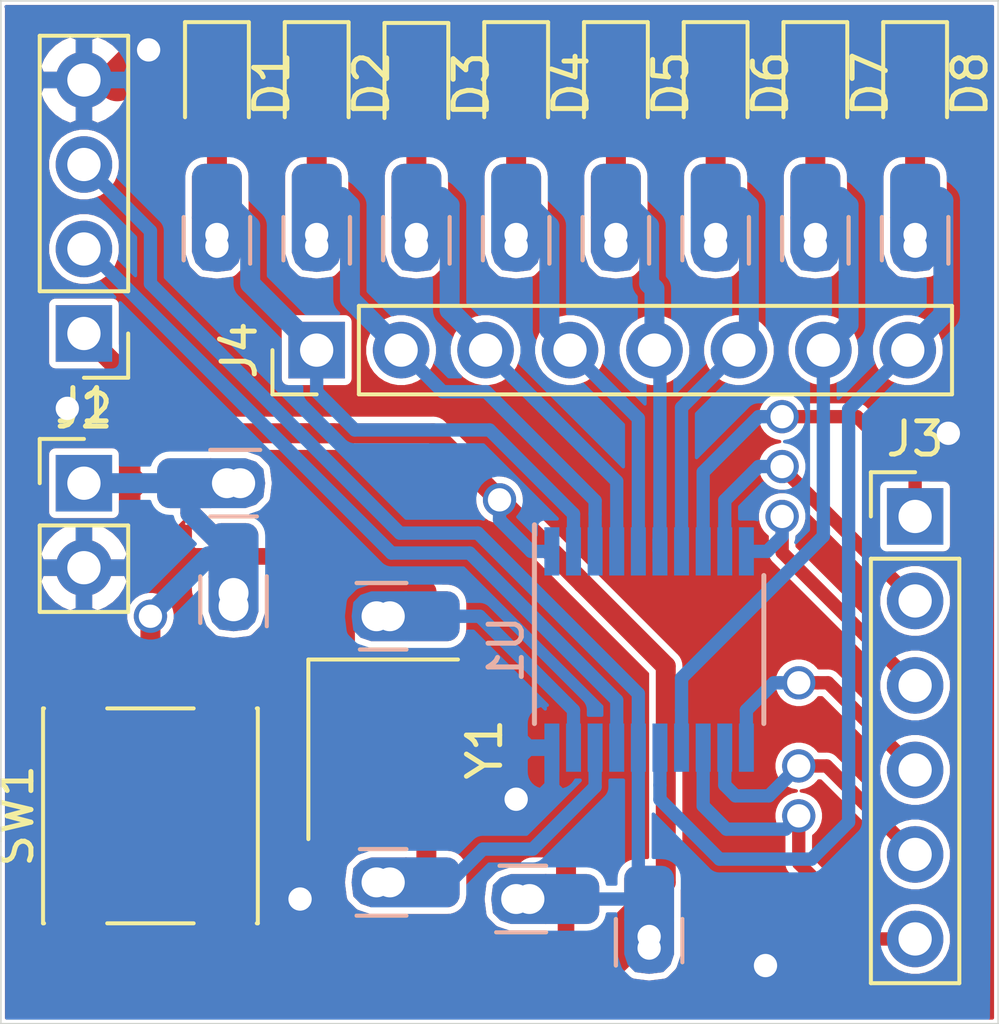
<source format=kicad_pcb>
(kicad_pcb (version 20171130) (host pcbnew "(5.1.5)-3")
  (layers (0 F.Cu signal hide) (31 B.Cu signal hide) (34 B.Paste user) (35 F.Paste user) (36 B.SilkS user) (37 F.SilkS user hide) (38 B.Mask user) (39 F.Mask user) (44 Edge.Cuts user))
  (net 0 "")
  (net 1 "Net-(C1-Pad2)")
  (net 2 "Net-(C1-Pad1)")
  (net 3 GND)
  (net 4 "Net-(C2-Pad1)")
  (net 5 RST)
  (net 6 "Net-(C5-Pad1)")
  (net 7 "Net-(C5-Pad2)")
  (net 8 "Net-(D1-Pad2)")
  (net 9 "Net-(D2-Pad2)")
  (net 10 "Net-(D3-Pad2)")
  (net 11 "Net-(D4-Pad2)")
  (net 12 "Net-(D5-Pad2)")
  (net 13 "Net-(D6-Pad2)")
  (net 14 "Net-(D7-Pad2)")
  (net 15 "Net-(D8-Pad2)")
  (net 16 VCC)
  (net 17 TST)
  (net 18 P2.0)
  (net 19 P2.1)
  (net 20 P2.2)
  (net 21 P2.3)
  (net 22 P2.4)
  (net 23 P2.5)
  (net 24 P1.0)
  (net 25 P1.1)
  (net 26 P1.2)
  (net 27 P1.3)
  (net 28 P1.4)
  (net 29 P1.5)
  (net 30 P1.6)
  (net 31 P1.7)
  (module thSMD:thsmd_03_s (layer F.Cu) (at 101 97.8 270)
    (fp_text reference R1 hide)
    (fp_text value 47k hide)
    (fp_line (start -0.7 1) (end 0.7 1) (layer B.SilkS) (width 0.12))
    (fp_line (start -0.7 -1) (end 0.6 -1) (layer B.SilkS) (width 0.12))
    (fp_line (start -0.7 1) (end 0.7 1) (layer F.SilkS) (width 0.12))
    (fp_line (start -0.7 -1) (end 0.6 -1) (layer F.SilkS) (width 0.12))
    (fp_poly (pts (xy 0.65 -0.6) (xy 0.85 -0.4) (xy 0.9 0) (xy 0.85 0.4) (xy 0.65 0.6) (xy 0.35 0.7) (xy -0.7 0.7) (xy -0.7 -0.7) (xy 0.35 -0.7)) (layer B.Cu) (width 0.1))
    (fp_poly (pts (xy 0.65 -0.6) (xy 0.85 -0.4) (xy 0.9 0) (xy 0.85 0.4) (xy 0.65 0.6) (xy 0.35 0.7) (xy -0.7 0.7) (xy -0.7 -0.7) (xy 0.35 -0.7)) (layer F.Cu) (width 0.1))
    (pad "" np_thru_hole circle (at 0.175 0 270) (size 0.7 0.7) (drill 0.7) (layers *.Cu))
    (pad 2 smd roundrect (at -1.3 0 270) (size 2 1.5) (layers B.Cu B.Mask) (net 5 RST))
    (pad 1 smd roundrect (at -1.3 0 270) (size 2 1.5) (layers F.Cu F.Mask) (net 16 VCC))
    (pad "" np_thru_hole circle (at -0.175 0 270) (size 0.7 0.7) (drill 0.7) (layers *.Cu))
  )
  (module thSMD:thsmd_03_s (layer B.Cu) (at 88 76.7 270)
    (fp_text reference R2 hide)
    (fp_text value 220 hide)
    (fp_line (start -0.7 -1) (end 0.7 -1) (layer F.SilkS) (width 0.12))
    (fp_line (start -0.7 1) (end 0.6 1) (layer F.SilkS) (width 0.12))
    (fp_line (start -0.7 -1) (end 0.7 -1) (layer B.SilkS) (width 0.12))
    (fp_line (start -0.7 1) (end 0.6 1) (layer B.SilkS) (width 0.12))
    (fp_poly (pts (xy 0.65 0.6) (xy 0.85 0.4) (xy 0.9 0) (xy 0.85 -0.4) (xy 0.65 -0.6) (xy 0.35 -0.7) (xy -0.7 -0.7) (xy -0.7 0.7) (xy 0.35 0.7)) (layer F.Cu) (width 0.1))
    (fp_poly (pts (xy 0.65 0.6) (xy 0.85 0.4) (xy 0.9 0) (xy 0.85 -0.4) (xy 0.65 -0.6) (xy 0.35 -0.7) (xy -0.7 -0.7) (xy -0.7 0.7) (xy 0.35 0.7)) (layer B.Cu) (width 0.1))
    (pad "" np_thru_hole circle (at 0.175 0 270) (size 0.7 0.7) (drill 0.7) (layers *.Cu))
    (pad 2 smd roundrect (at -1.3 0 270) (size 2 1.5) (layers F.Cu F.Mask) (net 8 "Net-(D1-Pad2)"))
    (pad 1 smd roundrect (at -1.3 0 270) (size 2 1.5) (layers B.Cu B.Mask) (net 24 P1.0))
    (pad "" np_thru_hole circle (at -0.175 0 270) (size 0.7 0.7) (drill 0.7) (layers *.Cu))
  )
  (module thSMD:thsmd_03_s (layer B.Cu) (at 91 76.7 270)
    (fp_text reference R3 hide)
    (fp_text value 220 hide)
    (fp_line (start -0.7 -1) (end 0.7 -1) (layer F.SilkS) (width 0.12))
    (fp_line (start -0.7 1) (end 0.6 1) (layer F.SilkS) (width 0.12))
    (fp_line (start -0.7 -1) (end 0.7 -1) (layer B.SilkS) (width 0.12))
    (fp_line (start -0.7 1) (end 0.6 1) (layer B.SilkS) (width 0.12))
    (fp_poly (pts (xy 0.65 0.6) (xy 0.85 0.4) (xy 0.9 0) (xy 0.85 -0.4) (xy 0.65 -0.6) (xy 0.35 -0.7) (xy -0.7 -0.7) (xy -0.7 0.7) (xy 0.35 0.7)) (layer F.Cu) (width 0.1))
    (fp_poly (pts (xy 0.65 0.6) (xy 0.85 0.4) (xy 0.9 0) (xy 0.85 -0.4) (xy 0.65 -0.6) (xy 0.35 -0.7) (xy -0.7 -0.7) (xy -0.7 0.7) (xy 0.35 0.7)) (layer B.Cu) (width 0.1))
    (pad "" np_thru_hole circle (at 0.175 0 270) (size 0.7 0.7) (drill 0.7) (layers *.Cu))
    (pad 2 smd roundrect (at -1.3 0 270) (size 2 1.5) (layers F.Cu F.Mask) (net 9 "Net-(D2-Pad2)"))
    (pad 1 smd roundrect (at -1.3 0 270) (size 2 1.5) (layers B.Cu B.Mask) (net 25 P1.1))
    (pad "" np_thru_hole circle (at -0.175 0 270) (size 0.7 0.7) (drill 0.7) (layers *.Cu))
  )
  (module thSMD:thsmd_03_s (layer B.Cu) (at 94 76.7 270)
    (fp_text reference R4 hide)
    (fp_text value 220 hide)
    (fp_line (start -0.7 -1) (end 0.7 -1) (layer F.SilkS) (width 0.12))
    (fp_line (start -0.7 1) (end 0.6 1) (layer F.SilkS) (width 0.12))
    (fp_line (start -0.7 -1) (end 0.7 -1) (layer B.SilkS) (width 0.12))
    (fp_line (start -0.7 1) (end 0.6 1) (layer B.SilkS) (width 0.12))
    (fp_poly (pts (xy 0.65 0.6) (xy 0.85 0.4) (xy 0.9 0) (xy 0.85 -0.4) (xy 0.65 -0.6) (xy 0.35 -0.7) (xy -0.7 -0.7) (xy -0.7 0.7) (xy 0.35 0.7)) (layer F.Cu) (width 0.1))
    (fp_poly (pts (xy 0.65 0.6) (xy 0.85 0.4) (xy 0.9 0) (xy 0.85 -0.4) (xy 0.65 -0.6) (xy 0.35 -0.7) (xy -0.7 -0.7) (xy -0.7 0.7) (xy 0.35 0.7)) (layer B.Cu) (width 0.1))
    (pad "" np_thru_hole circle (at 0.175 0 270) (size 0.7 0.7) (drill 0.7) (layers *.Cu))
    (pad 2 smd roundrect (at -1.3 0 270) (size 2 1.5) (layers F.Cu F.Mask) (net 10 "Net-(D3-Pad2)"))
    (pad 1 smd roundrect (at -1.3 0 270) (size 2 1.5) (layers B.Cu B.Mask) (net 26 P1.2))
    (pad "" np_thru_hole circle (at -0.175 0 270) (size 0.7 0.7) (drill 0.7) (layers *.Cu))
  )
  (module thSMD:thsmd_03_s (layer B.Cu) (at 97 76.7 270)
    (fp_text reference R5 hide)
    (fp_text value 220 hide)
    (fp_line (start -0.7 -1) (end 0.7 -1) (layer F.SilkS) (width 0.12))
    (fp_line (start -0.7 1) (end 0.6 1) (layer F.SilkS) (width 0.12))
    (fp_line (start -0.7 -1) (end 0.7 -1) (layer B.SilkS) (width 0.12))
    (fp_line (start -0.7 1) (end 0.6 1) (layer B.SilkS) (width 0.12))
    (fp_poly (pts (xy 0.65 0.6) (xy 0.85 0.4) (xy 0.9 0) (xy 0.85 -0.4) (xy 0.65 -0.6) (xy 0.35 -0.7) (xy -0.7 -0.7) (xy -0.7 0.7) (xy 0.35 0.7)) (layer F.Cu) (width 0.1))
    (fp_poly (pts (xy 0.65 0.6) (xy 0.85 0.4) (xy 0.9 0) (xy 0.85 -0.4) (xy 0.65 -0.6) (xy 0.35 -0.7) (xy -0.7 -0.7) (xy -0.7 0.7) (xy 0.35 0.7)) (layer B.Cu) (width 0.1))
    (pad "" np_thru_hole circle (at 0.175 0 270) (size 0.7 0.7) (drill 0.7) (layers *.Cu))
    (pad 2 smd roundrect (at -1.3 0 270) (size 2 1.5) (layers F.Cu F.Mask) (net 11 "Net-(D4-Pad2)"))
    (pad 1 smd roundrect (at -1.3 0 270) (size 2 1.5) (layers B.Cu B.Mask) (net 27 P1.3))
    (pad "" np_thru_hole circle (at -0.175 0 270) (size 0.7 0.7) (drill 0.7) (layers *.Cu))
  )
  (module thSMD:thsmd_03_s (layer B.Cu) (at 100 76.7 270)
    (fp_text reference R6 hide)
    (fp_text value 220 hide)
    (fp_line (start -0.7 -1) (end 0.7 -1) (layer F.SilkS) (width 0.12))
    (fp_line (start -0.7 1) (end 0.6 1) (layer F.SilkS) (width 0.12))
    (fp_line (start -0.7 -1) (end 0.7 -1) (layer B.SilkS) (width 0.12))
    (fp_line (start -0.7 1) (end 0.6 1) (layer B.SilkS) (width 0.12))
    (fp_poly (pts (xy 0.65 0.6) (xy 0.85 0.4) (xy 0.9 0) (xy 0.85 -0.4) (xy 0.65 -0.6) (xy 0.35 -0.7) (xy -0.7 -0.7) (xy -0.7 0.7) (xy 0.35 0.7)) (layer F.Cu) (width 0.1))
    (fp_poly (pts (xy 0.65 0.6) (xy 0.85 0.4) (xy 0.9 0) (xy 0.85 -0.4) (xy 0.65 -0.6) (xy 0.35 -0.7) (xy -0.7 -0.7) (xy -0.7 0.7) (xy 0.35 0.7)) (layer B.Cu) (width 0.1))
    (pad "" np_thru_hole circle (at 0.175 0 270) (size 0.7 0.7) (drill 0.7) (layers *.Cu))
    (pad 2 smd roundrect (at -1.3 0 270) (size 2 1.5) (layers F.Cu F.Mask) (net 12 "Net-(D5-Pad2)"))
    (pad 1 smd roundrect (at -1.3 0 270) (size 2 1.5) (layers B.Cu B.Mask) (net 28 P1.4))
    (pad "" np_thru_hole circle (at -0.175 0 270) (size 0.7 0.7) (drill 0.7) (layers *.Cu))
  )
  (module thSMD:thsmd_03_s (layer B.Cu) (at 103 76.7 270)
    (fp_text reference R7 hide)
    (fp_text value 220 hide)
    (fp_line (start -0.7 -1) (end 0.7 -1) (layer F.SilkS) (width 0.12))
    (fp_line (start -0.7 1) (end 0.6 1) (layer F.SilkS) (width 0.12))
    (fp_line (start -0.7 -1) (end 0.7 -1) (layer B.SilkS) (width 0.12))
    (fp_line (start -0.7 1) (end 0.6 1) (layer B.SilkS) (width 0.12))
    (fp_poly (pts (xy 0.65 0.6) (xy 0.85 0.4) (xy 0.9 0) (xy 0.85 -0.4) (xy 0.65 -0.6) (xy 0.35 -0.7) (xy -0.7 -0.7) (xy -0.7 0.7) (xy 0.35 0.7)) (layer F.Cu) (width 0.1))
    (fp_poly (pts (xy 0.65 0.6) (xy 0.85 0.4) (xy 0.9 0) (xy 0.85 -0.4) (xy 0.65 -0.6) (xy 0.35 -0.7) (xy -0.7 -0.7) (xy -0.7 0.7) (xy 0.35 0.7)) (layer B.Cu) (width 0.1))
    (pad "" np_thru_hole circle (at 0.175 0 270) (size 0.7 0.7) (drill 0.7) (layers *.Cu))
    (pad 2 smd roundrect (at -1.3 0 270) (size 2 1.5) (layers F.Cu F.Mask) (net 13 "Net-(D6-Pad2)"))
    (pad 1 smd roundrect (at -1.3 0 270) (size 2 1.5) (layers B.Cu B.Mask) (net 29 P1.5))
    (pad "" np_thru_hole circle (at -0.175 0 270) (size 0.7 0.7) (drill 0.7) (layers *.Cu))
  )
  (module thSMD:thsmd_03_s (layer B.Cu) (at 106 76.7 270)
    (fp_text reference R8 hide)
    (fp_text value 220 hide)
    (fp_line (start -0.7 -1) (end 0.7 -1) (layer F.SilkS) (width 0.12))
    (fp_line (start -0.7 1) (end 0.6 1) (layer F.SilkS) (width 0.12))
    (fp_line (start -0.7 -1) (end 0.7 -1) (layer B.SilkS) (width 0.12))
    (fp_line (start -0.7 1) (end 0.6 1) (layer B.SilkS) (width 0.12))
    (fp_poly (pts (xy 0.65 0.6) (xy 0.85 0.4) (xy 0.9 0) (xy 0.85 -0.4) (xy 0.65 -0.6) (xy 0.35 -0.7) (xy -0.7 -0.7) (xy -0.7 0.7) (xy 0.35 0.7)) (layer F.Cu) (width 0.1))
    (fp_poly (pts (xy 0.65 0.6) (xy 0.85 0.4) (xy 0.9 0) (xy 0.85 -0.4) (xy 0.65 -0.6) (xy 0.35 -0.7) (xy -0.7 -0.7) (xy -0.7 0.7) (xy 0.35 0.7)) (layer B.Cu) (width 0.1))
    (pad "" np_thru_hole circle (at 0.175 0 270) (size 0.7 0.7) (drill 0.7) (layers *.Cu))
    (pad 2 smd roundrect (at -1.3 0 270) (size 2 1.5) (layers F.Cu F.Mask) (net 14 "Net-(D7-Pad2)"))
    (pad 1 smd roundrect (at -1.3 0 270) (size 2 1.5) (layers B.Cu B.Mask) (net 30 P1.6))
    (pad "" np_thru_hole circle (at -0.175 0 270) (size 0.7 0.7) (drill 0.7) (layers *.Cu))
  )
  (module thSMD:thsmd_03_s (layer B.Cu) (at 109 76.7 270)
    (fp_text reference R9 hide)
    (fp_text value 220 hide)
    (fp_line (start -0.7 -1) (end 0.7 -1) (layer F.SilkS) (width 0.12))
    (fp_line (start -0.7 1) (end 0.6 1) (layer F.SilkS) (width 0.12))
    (fp_line (start -0.7 -1) (end 0.7 -1) (layer B.SilkS) (width 0.12))
    (fp_line (start -0.7 1) (end 0.6 1) (layer B.SilkS) (width 0.12))
    (fp_poly (pts (xy 0.65 0.6) (xy 0.85 0.4) (xy 0.9 0) (xy 0.85 -0.4) (xy 0.65 -0.6) (xy 0.35 -0.7) (xy -0.7 -0.7) (xy -0.7 0.7) (xy 0.35 0.7)) (layer F.Cu) (width 0.1))
    (fp_poly (pts (xy 0.65 0.6) (xy 0.85 0.4) (xy 0.9 0) (xy 0.85 -0.4) (xy 0.65 -0.6) (xy 0.35 -0.7) (xy -0.7 -0.7) (xy -0.7 0.7) (xy 0.35 0.7)) (layer B.Cu) (width 0.1))
    (pad "" np_thru_hole circle (at 0.175 0 270) (size 0.7 0.7) (drill 0.7) (layers *.Cu))
    (pad 2 smd roundrect (at -1.3 0 270) (size 2 1.5) (layers F.Cu F.Mask) (net 15 "Net-(D8-Pad2)"))
    (pad 1 smd roundrect (at -1.3 0 270) (size 2 1.5) (layers B.Cu B.Mask) (net 31 P1.7))
    (pad "" np_thru_hole circle (at -0.175 0 270) (size 0.7 0.7) (drill 0.7) (layers *.Cu))
  )
  (module thSMD:thsmd_03_l (layer F.Cu) (at 93 88 180)
    (fp_text reference C1 hide)
    (fp_text value 14pf hide)
    (fp_line (start -0.7 1) (end 0.8 1) (layer F.SilkS) (width 0.12))
    (fp_line (start -0.7 -1) (end 0.7 -1) (layer F.SilkS) (width 0.12))
    (fp_line (start -0.7 1) (end 0.8 1) (layer B.SilkS) (width 0.12))
    (fp_line (start 0.7 -1) (end -0.7 -1) (layer B.SilkS) (width 0.12))
    (fp_poly (pts (xy 0.65 -0.6) (xy 0.85 -0.4) (xy 0.9 0) (xy 0.85 0.4) (xy 0.65 0.6) (xy 0.35 0.7) (xy -0.7 0.7) (xy -0.7 -0.7) (xy 0.35 -0.7)) (layer B.Cu) (width 0.1))
    (fp_poly (pts (xy 0.65 -0.6) (xy 0.85 -0.4) (xy 0.9 0) (xy 0.85 0.4) (xy 0.65 0.6) (xy 0.35 0.7) (xy -0.7 0.7) (xy -0.7 -0.7) (xy 0.35 -0.7)) (layer F.Cu) (width 0.1))
    (pad "" np_thru_hole circle (at 0.2 0 180) (size 0.9 0.9) (drill 0.9) (layers *.Cu))
    (pad 2 smd roundrect (at -1.3 0 180) (size 2 1.5) (layers B.Cu B.Mask) (net 1 "Net-(C1-Pad2)"))
    (pad 1 smd roundrect (at -1.3 0 180) (size 2 1.5) (layers F.Cu F.Mask) (net 2 "Net-(C1-Pad1)"))
    (pad "" np_thru_hole circle (at -0.2 0 180) (size 0.9 0.9) (drill 0.9) (layers *.Cu))
  )
  (module thSMD:thsmd_03_l (layer B.Cu) (at 88.5 87.5 270)
    (fp_text reference C2 hide)
    (fp_text value 10uf hide)
    (fp_line (start -0.7 -1) (end 0.8 -1) (layer B.SilkS) (width 0.12))
    (fp_line (start -0.7 1) (end 0.7 1) (layer B.SilkS) (width 0.12))
    (fp_line (start -0.7 -1) (end 0.8 -1) (layer F.SilkS) (width 0.12))
    (fp_line (start 0.7 1) (end -0.7 1) (layer F.SilkS) (width 0.12))
    (fp_poly (pts (xy 0.65 0.6) (xy 0.85 0.4) (xy 0.9 0) (xy 0.85 -0.4) (xy 0.65 -0.6) (xy 0.35 -0.7) (xy -0.7 -0.7) (xy -0.7 0.7) (xy 0.35 0.7)) (layer F.Cu) (width 0.1))
    (fp_poly (pts (xy 0.65 0.6) (xy 0.85 0.4) (xy 0.9 0) (xy 0.85 -0.4) (xy 0.65 -0.6) (xy 0.35 -0.7) (xy -0.7 -0.7) (xy -0.7 0.7) (xy 0.35 0.7)) (layer B.Cu) (width 0.1))
    (pad "" np_thru_hole circle (at 0.2 0 270) (size 0.9 0.9) (drill 0.9) (layers *.Cu))
    (pad 2 smd roundrect (at -1.3 0 270) (size 2 1.5) (layers F.Cu F.Mask) (net 3 GND))
    (pad 1 smd roundrect (at -1.3 0 270) (size 2 1.5) (layers B.Cu B.Mask) (net 4 "Net-(C2-Pad1)"))
    (pad "" np_thru_hole circle (at -0.2 0 270) (size 0.9 0.9) (drill 0.9) (layers *.Cu))
  )
  (module thSMD:thsmd_03_l (layer B.Cu) (at 88.5 84)
    (fp_text reference C3 hide)
    (fp_text value 100nf hide)
    (fp_line (start -0.7 -1) (end 0.8 -1) (layer B.SilkS) (width 0.12))
    (fp_line (start -0.7 1) (end 0.7 1) (layer B.SilkS) (width 0.12))
    (fp_line (start -0.7 -1) (end 0.8 -1) (layer F.SilkS) (width 0.12))
    (fp_line (start 0.7 1) (end -0.7 1) (layer F.SilkS) (width 0.12))
    (fp_poly (pts (xy 0.65 0.6) (xy 0.85 0.4) (xy 0.9 0) (xy 0.85 -0.4) (xy 0.65 -0.6) (xy 0.35 -0.7) (xy -0.7 -0.7) (xy -0.7 0.7) (xy 0.35 0.7)) (layer F.Cu) (width 0.1))
    (fp_poly (pts (xy 0.65 0.6) (xy 0.85 0.4) (xy 0.9 0) (xy 0.85 -0.4) (xy 0.65 -0.6) (xy 0.35 -0.7) (xy -0.7 -0.7) (xy -0.7 0.7) (xy 0.35 0.7)) (layer B.Cu) (width 0.1))
    (pad "" np_thru_hole circle (at 0.2 0) (size 0.9 0.9) (drill 0.9) (layers *.Cu))
    (pad 2 smd roundrect (at -1.3 0) (size 2 1.5) (layers F.Cu F.Mask) (net 3 GND))
    (pad 1 smd roundrect (at -1.3 0) (size 2 1.5) (layers B.Cu B.Mask) (net 4 "Net-(C2-Pad1)"))
    (pad "" np_thru_hole circle (at -0.2 0) (size 0.9 0.9) (drill 0.9) (layers *.Cu))
  )
  (module thSMD:thsmd_03_l (layer B.Cu) (at 97.2 96.5 180)
    (fp_text reference C4 hide)
    (fp_text value 2.2nf hide)
    (fp_line (start -0.7 -1) (end 0.8 -1) (layer B.SilkS) (width 0.12))
    (fp_line (start -0.7 1) (end 0.7 1) (layer B.SilkS) (width 0.12))
    (fp_line (start -0.7 -1) (end 0.8 -1) (layer F.SilkS) (width 0.12))
    (fp_line (start 0.7 1) (end -0.7 1) (layer F.SilkS) (width 0.12))
    (fp_poly (pts (xy 0.65 0.6) (xy 0.85 0.4) (xy 0.9 0) (xy 0.85 -0.4) (xy 0.65 -0.6) (xy 0.35 -0.7) (xy -0.7 -0.7) (xy -0.7 0.7) (xy 0.35 0.7)) (layer F.Cu) (width 0.1))
    (fp_poly (pts (xy 0.65 0.6) (xy 0.85 0.4) (xy 0.9 0) (xy 0.85 -0.4) (xy 0.65 -0.6) (xy 0.35 -0.7) (xy -0.7 -0.7) (xy -0.7 0.7) (xy 0.35 0.7)) (layer B.Cu) (width 0.1))
    (pad "" np_thru_hole circle (at 0.2 0 180) (size 0.9 0.9) (drill 0.9) (layers *.Cu))
    (pad 2 smd roundrect (at -1.3 0 180) (size 2 1.5) (layers F.Cu F.Mask) (net 3 GND))
    (pad 1 smd roundrect (at -1.3 0 180) (size 2 1.5) (layers B.Cu B.Mask) (net 5 RST))
    (pad "" np_thru_hole circle (at -0.2 0 180) (size 0.9 0.9) (drill 0.9) (layers *.Cu))
  )
  (module thSMD:thsmd_03_l (layer B.Cu) (at 93 96 180)
    (fp_text reference C5 hide)
    (fp_text value 14pf hide)
    (fp_line (start -0.7 -1) (end 0.8 -1) (layer B.SilkS) (width 0.12))
    (fp_line (start -0.7 1) (end 0.7 1) (layer B.SilkS) (width 0.12))
    (fp_line (start -0.7 -1) (end 0.8 -1) (layer F.SilkS) (width 0.12))
    (fp_line (start 0.7 1) (end -0.7 1) (layer F.SilkS) (width 0.12))
    (fp_poly (pts (xy 0.65 0.6) (xy 0.85 0.4) (xy 0.9 0) (xy 0.85 -0.4) (xy 0.65 -0.6) (xy 0.35 -0.7) (xy -0.7 -0.7) (xy -0.7 0.7) (xy 0.35 0.7)) (layer F.Cu) (width 0.1))
    (fp_poly (pts (xy 0.65 0.6) (xy 0.85 0.4) (xy 0.9 0) (xy 0.85 -0.4) (xy 0.65 -0.6) (xy 0.35 -0.7) (xy -0.7 -0.7) (xy -0.7 0.7) (xy 0.35 0.7)) (layer B.Cu) (width 0.1))
    (pad "" np_thru_hole circle (at 0.2 0 180) (size 0.9 0.9) (drill 0.9) (layers *.Cu))
    (pad 2 smd roundrect (at -1.3 0 180) (size 2 1.5) (layers F.Cu F.Mask) (net 7 "Net-(C5-Pad2)"))
    (pad 1 smd roundrect (at -1.3 0 180) (size 2 1.5) (layers B.Cu B.Mask) (net 6 "Net-(C5-Pad1)"))
    (pad "" np_thru_hole circle (at -0.2 0 180) (size 0.9 0.9) (drill 0.9) (layers *.Cu))
  )
  (module LED_SMD:LED_0805_2012Metric_Pad1.15x1.40mm_HandSolder (layer F.Cu) (at 88 72 270)
    (fp_text reference D1 (at 0 -1.65 90) (layer F.SilkS))
    (fp_text value LED)
    (fp_line (start -1.86 0.96) (end 1 0.96) (layer F.SilkS) (width 0.12))
    (fp_line (start -1.86 -0.96) (end -1.86 0.96) (layer F.SilkS) (width 0.12))
    (fp_line (start 1 -0.96) (end -1.86 -0.96) (layer F.SilkS) (width 0.12))
    (pad 2 smd roundrect (at 1.025 0 270) (size 1.15 1.4) (layers F.Cu F.Paste F.Mask) (roundrect_rratio 0.217391) (net 8 "Net-(D1-Pad2)"))
    (pad 1 smd roundrect (at -1.025 0 270) (size 1.15 1.4) (layers F.Cu F.Paste F.Mask) (roundrect_rratio 0.217391) (net 3 GND))
  )
  (module LED_SMD:LED_0805_2012Metric_Pad1.15x1.40mm_HandSolder (layer F.Cu) (at 91 72 270)
    (fp_text reference D2 (at 0 -1.65 90) (layer F.SilkS))
    (fp_text value LED)
    (fp_line (start 1 -0.96) (end -1.86 -0.96) (layer F.SilkS) (width 0.12))
    (fp_line (start -1.86 -0.96) (end -1.86 0.96) (layer F.SilkS) (width 0.12))
    (fp_line (start -1.86 0.96) (end 1 0.96) (layer F.SilkS) (width 0.12))
    (pad 1 smd roundrect (at -1.025 0 270) (size 1.15 1.4) (layers F.Cu F.Paste F.Mask) (roundrect_rratio 0.217391) (net 3 GND))
    (pad 2 smd roundrect (at 1.025 0 270) (size 1.15 1.4) (layers F.Cu F.Paste F.Mask) (roundrect_rratio 0.217391) (net 9 "Net-(D2-Pad2)"))
  )
  (module LED_SMD:LED_0805_2012Metric_Pad1.15x1.40mm_HandSolder (layer F.Cu) (at 94 72.025 270)
    (fp_text reference D3 (at 0 -1.65 90) (layer F.SilkS))
    (fp_text value LED)
    (fp_line (start -1.86 0.96) (end 1 0.96) (layer F.SilkS) (width 0.12))
    (fp_line (start -1.86 -0.96) (end -1.86 0.96) (layer F.SilkS) (width 0.12))
    (fp_line (start 1 -0.96) (end -1.86 -0.96) (layer F.SilkS) (width 0.12))
    (pad 2 smd roundrect (at 1.025 0 270) (size 1.15 1.4) (layers F.Cu F.Paste F.Mask) (roundrect_rratio 0.217391) (net 10 "Net-(D3-Pad2)"))
    (pad 1 smd roundrect (at -1.025 0 270) (size 1.15 1.4) (layers F.Cu F.Paste F.Mask) (roundrect_rratio 0.217391) (net 3 GND))
  )
  (module LED_SMD:LED_0805_2012Metric_Pad1.15x1.40mm_HandSolder (layer F.Cu) (at 97 72 270)
    (fp_text reference D4 (at 0 -1.65 90) (layer F.SilkS))
    (fp_text value LED)
    (fp_line (start 1 -0.96) (end -1.86 -0.96) (layer F.SilkS) (width 0.12))
    (fp_line (start -1.86 -0.96) (end -1.86 0.96) (layer F.SilkS) (width 0.12))
    (fp_line (start -1.86 0.96) (end 1 0.96) (layer F.SilkS) (width 0.12))
    (pad 1 smd roundrect (at -1.025 0 270) (size 1.15 1.4) (layers F.Cu F.Paste F.Mask) (roundrect_rratio 0.217391) (net 3 GND))
    (pad 2 smd roundrect (at 1.025 0 270) (size 1.15 1.4) (layers F.Cu F.Paste F.Mask) (roundrect_rratio 0.217391) (net 11 "Net-(D4-Pad2)"))
  )
  (module LED_SMD:LED_0805_2012Metric_Pad1.15x1.40mm_HandSolder (layer F.Cu) (at 100 72 270)
    (fp_text reference D5 (at 0 -1.65 90) (layer F.SilkS))
    (fp_text value LED)
    (fp_line (start 1 -0.96) (end -1.86 -0.96) (layer F.SilkS) (width 0.12))
    (fp_line (start -1.86 -0.96) (end -1.86 0.96) (layer F.SilkS) (width 0.12))
    (fp_line (start -1.86 0.96) (end 1 0.96) (layer F.SilkS) (width 0.12))
    (pad 1 smd roundrect (at -1.025 0 270) (size 1.15 1.4) (layers F.Cu F.Paste F.Mask) (roundrect_rratio 0.217391) (net 3 GND))
    (pad 2 smd roundrect (at 1.025 0 270) (size 1.15 1.4) (layers F.Cu F.Paste F.Mask) (roundrect_rratio 0.217391) (net 12 "Net-(D5-Pad2)"))
  )
  (module LED_SMD:LED_0805_2012Metric_Pad1.15x1.40mm_HandSolder (layer F.Cu) (at 103 72 270)
    (fp_text reference D6 (at 0 -1.65 90) (layer F.SilkS))
    (fp_text value LED)
    (fp_line (start -1.86 0.96) (end 1 0.96) (layer F.SilkS) (width 0.12))
    (fp_line (start -1.86 -0.96) (end -1.86 0.96) (layer F.SilkS) (width 0.12))
    (fp_line (start 1 -0.96) (end -1.86 -0.96) (layer F.SilkS) (width 0.12))
    (pad 2 smd roundrect (at 1.025 0 270) (size 1.15 1.4) (layers F.Cu F.Paste F.Mask) (roundrect_rratio 0.217391) (net 13 "Net-(D6-Pad2)"))
    (pad 1 smd roundrect (at -1.025 0 270) (size 1.15 1.4) (layers F.Cu F.Paste F.Mask) (roundrect_rratio 0.217391) (net 3 GND))
  )
  (module LED_SMD:LED_0805_2012Metric_Pad1.15x1.40mm_HandSolder (layer F.Cu) (at 106 72 270)
    (fp_text reference D7 (at 0 -1.65 90) (layer F.SilkS))
    (fp_text value LED)
    (fp_line (start 1 -0.96) (end -1.86 -0.96) (layer F.SilkS) (width 0.12))
    (fp_line (start -1.86 -0.96) (end -1.86 0.96) (layer F.SilkS) (width 0.12))
    (fp_line (start -1.86 0.96) (end 1 0.96) (layer F.SilkS) (width 0.12))
    (pad 1 smd roundrect (at -1.025 0 270) (size 1.15 1.4) (layers F.Cu F.Paste F.Mask) (roundrect_rratio 0.217391) (net 3 GND))
    (pad 2 smd roundrect (at 1.025 0 270) (size 1.15 1.4) (layers F.Cu F.Paste F.Mask) (roundrect_rratio 0.217391) (net 14 "Net-(D7-Pad2)"))
  )
  (module LED_SMD:LED_0805_2012Metric_Pad1.15x1.40mm_HandSolder (layer F.Cu) (at 109 72 270)
    (fp_text reference D8 (at 0 -1.65 90) (layer F.SilkS))
    (fp_text value LED)
    (fp_line (start -1.86 0.96) (end 1 0.96) (layer F.SilkS) (width 0.12))
    (fp_line (start -1.86 -0.96) (end -1.86 0.96) (layer F.SilkS) (width 0.12))
    (fp_line (start 1 -0.96) (end -1.86 -0.96) (layer F.SilkS) (width 0.12))
    (pad 2 smd roundrect (at 1.025 0 270) (size 1.15 1.4) (layers F.Cu F.Paste F.Mask) (roundrect_rratio 0.217391) (net 15 "Net-(D8-Pad2)"))
    (pad 1 smd roundrect (at -1.025 0 270) (size 1.15 1.4) (layers F.Cu F.Paste F.Mask) (roundrect_rratio 0.217391) (net 3 GND))
  )
  (module Connector_PinHeader_2.54mm:PinHeader_1x02_P2.54mm_Vertical (layer F.Cu) (at 84 84)
    (fp_text reference J1 (at 0 -2.33) (layer F.SilkS))
    (fp_text value Power)
    (fp_line (start -1.33 3.87) (end 1.33 3.87) (layer F.SilkS) (width 0.12))
    (fp_line (start -1.33 1.27) (end -1.33 3.87) (layer F.SilkS) (width 0.12))
    (fp_line (start 1.33 1.27) (end 1.33 3.87) (layer F.SilkS) (width 0.12))
    (fp_line (start -1.33 1.27) (end 1.33 1.27) (layer F.SilkS) (width 0.12))
    (fp_line (start -1.33 0) (end -1.33 -1.33) (layer F.SilkS) (width 0.12))
    (fp_line (start -1.33 -1.33) (end 0 -1.33) (layer F.SilkS) (width 0.12))
    (pad 1 thru_hole rect (at 0 0) (size 1.7 1.7) (drill 1) (layers *.Cu *.Mask) (net 4 "Net-(C2-Pad1)"))
    (pad 2 thru_hole oval (at 0 2.54) (size 1.7 1.7) (drill 1) (layers *.Cu *.Mask) (net 3 GND))
  )
  (module Connector_PinHeader_2.54mm:PinHeader_1x04_P2.54mm_Vertical (layer F.Cu) (at 84 79.5 180)
    (fp_text reference J2 (at 0 -2.33) (layer F.SilkS))
    (fp_text value Programmer)
    (fp_line (start -1.33 8.95) (end 1.33 8.95) (layer F.SilkS) (width 0.12))
    (fp_line (start -1.33 1.27) (end -1.33 8.95) (layer F.SilkS) (width 0.12))
    (fp_line (start 1.33 1.27) (end 1.33 8.95) (layer F.SilkS) (width 0.12))
    (fp_line (start -1.33 1.27) (end 1.33 1.27) (layer F.SilkS) (width 0.12))
    (fp_line (start -1.33 0) (end -1.33 -1.33) (layer F.SilkS) (width 0.12))
    (fp_line (start -1.33 -1.33) (end 0 -1.33) (layer F.SilkS) (width 0.12))
    (pad 1 thru_hole rect (at 0 0 180) (size 1.7 1.7) (drill 1) (layers *.Cu *.Mask) (net 16 VCC))
    (pad 2 thru_hole oval (at 0 2.54 180) (size 1.7 1.7) (drill 1) (layers *.Cu *.Mask) (net 17 TST))
    (pad 3 thru_hole oval (at 0 5.08 180) (size 1.7 1.7) (drill 1) (layers *.Cu *.Mask) (net 5 RST))
    (pad 4 thru_hole oval (at 0 7.62 180) (size 1.7 1.7) (drill 1) (layers *.Cu *.Mask) (net 3 GND))
  )
  (module Connector_PinHeader_2.54mm:PinHeader_1x06_P2.54mm_Vertical (layer F.Cu) (at 109 85)
    (fp_text reference J3 (at 0 -2.33) (layer F.SilkS))
    (fp_text value Conn_01x06_Female)
    (fp_line (start -1.33 14.03) (end 1.33 14.03) (layer F.SilkS) (width 0.12))
    (fp_line (start -1.33 1.27) (end -1.33 14.03) (layer F.SilkS) (width 0.12))
    (fp_line (start 1.33 1.27) (end 1.33 14.03) (layer F.SilkS) (width 0.12))
    (fp_line (start -1.33 1.27) (end 1.33 1.27) (layer F.SilkS) (width 0.12))
    (fp_line (start -1.33 0) (end -1.33 -1.33) (layer F.SilkS) (width 0.12))
    (fp_line (start -1.33 -1.33) (end 0 -1.33) (layer F.SilkS) (width 0.12))
    (pad 1 thru_hole rect (at 0 0) (size 1.7 1.7) (drill 1) (layers *.Cu *.Mask) (net 18 P2.0))
    (pad 2 thru_hole oval (at 0 2.54) (size 1.7 1.7) (drill 1) (layers *.Cu *.Mask) (net 19 P2.1))
    (pad 3 thru_hole oval (at 0 5.08) (size 1.7 1.7) (drill 1) (layers *.Cu *.Mask) (net 20 P2.2))
    (pad 4 thru_hole oval (at 0 7.62) (size 1.7 1.7) (drill 1) (layers *.Cu *.Mask) (net 21 P2.3))
    (pad 5 thru_hole oval (at 0 10.16) (size 1.7 1.7) (drill 1) (layers *.Cu *.Mask) (net 22 P2.4))
    (pad 6 thru_hole oval (at 0 12.7) (size 1.7 1.7) (drill 1) (layers *.Cu *.Mask) (net 23 P2.5))
  )
  (module Connector_PinHeader_2.54mm:PinHeader_1x08_P2.54mm_Vertical (layer F.Cu) (at 91 80 90)
    (fp_text reference J4 (at 0 -2.33 90) (layer F.SilkS))
    (fp_text value Conn_01x08_Female)
    (fp_line (start -1.33 19.11) (end 1.33 19.11) (layer F.SilkS) (width 0.12))
    (fp_line (start -1.33 1.27) (end -1.33 19.11) (layer F.SilkS) (width 0.12))
    (fp_line (start 1.33 1.27) (end 1.33 19.11) (layer F.SilkS) (width 0.12))
    (fp_line (start -1.33 1.27) (end 1.33 1.27) (layer F.SilkS) (width 0.12))
    (fp_line (start -1.33 0) (end -1.33 -1.33) (layer F.SilkS) (width 0.12))
    (fp_line (start -1.33 -1.33) (end 0 -1.33) (layer F.SilkS) (width 0.12))
    (pad 1 thru_hole rect (at 0 0 90) (size 1.7 1.7) (drill 1) (layers *.Cu *.Mask) (net 24 P1.0))
    (pad 2 thru_hole oval (at 0 2.54 90) (size 1.7 1.7) (drill 1) (layers *.Cu *.Mask) (net 25 P1.1))
    (pad 3 thru_hole oval (at 0 5.08 90) (size 1.7 1.7) (drill 1) (layers *.Cu *.Mask) (net 26 P1.2))
    (pad 4 thru_hole oval (at 0 7.62 90) (size 1.7 1.7) (drill 1) (layers *.Cu *.Mask) (net 27 P1.3))
    (pad 5 thru_hole oval (at 0 10.16 90) (size 1.7 1.7) (drill 1) (layers *.Cu *.Mask) (net 28 P1.4))
    (pad 6 thru_hole oval (at 0 12.7 90) (size 1.7 1.7) (drill 1) (layers *.Cu *.Mask) (net 29 P1.5))
    (pad 7 thru_hole oval (at 0 15.24 90) (size 1.7 1.7) (drill 1) (layers *.Cu *.Mask) (net 30 P1.6))
    (pad 8 thru_hole oval (at 0 17.78 90) (size 1.7 1.7) (drill 1) (layers *.Cu *.Mask) (net 31 P1.7))
  )
  (module Button_Switch_SMD:SW_Push_1P1T_NO_6x6mm_H9.5mm (layer F.Cu) (at 86 94 90)
    (fp_text reference SW1 (at 0 -4.05 90) (layer F.SilkS))
    (fp_text value SW_Push)
    (fp_line (start 3.23 -3.23) (end 3.23 -3.2) (layer F.SilkS) (width 0.12))
    (fp_line (start 3.23 3.23) (end 3.23 3.2) (layer F.SilkS) (width 0.12))
    (fp_line (start -3.23 3.23) (end -3.23 3.2) (layer F.SilkS) (width 0.12))
    (fp_line (start -3.23 -3.2) (end -3.23 -3.23) (layer F.SilkS) (width 0.12))
    (fp_line (start 3.23 -1.3) (end 3.23 1.3) (layer F.SilkS) (width 0.12))
    (fp_line (start -3.23 -3.23) (end 3.23 -3.23) (layer F.SilkS) (width 0.12))
    (fp_line (start -3.23 -1.3) (end -3.23 1.3) (layer F.SilkS) (width 0.12))
    (fp_line (start -3.23 3.23) (end 3.23 3.23) (layer F.SilkS) (width 0.12))
    (pad 2 smd rect (at -3.975 2.25 90) (size 1.55 1.3) (layers F.Cu F.Paste F.Mask) (net 16 VCC))
    (pad 1 smd rect (at -3.975 -2.25 90) (size 1.55 1.3) (layers F.Cu F.Paste F.Mask) (net 4 "Net-(C2-Pad1)"))
    (pad 1 smd rect (at 3.975 -2.25 90) (size 1.55 1.3) (layers F.Cu F.Paste F.Mask) (net 4 "Net-(C2-Pad1)"))
    (pad 2 smd rect (at 3.975 2.25 90) (size 1.55 1.3) (layers F.Cu F.Paste F.Mask) (net 16 VCC))
  )
  (module Package_SO:TSSOP-20_4.4x6.5mm_P0.65mm (layer B.Cu) (at 101 89 270)
    (fp_text reference U1 (at 0 4.3 270) (layer B.SilkS) (effects (justify mirror)))
    (fp_text value MSP430G2553IPW20)
    (fp_line (start -2.225 -3.45) (end 2.225 -3.45) (layer B.SilkS) (width 0.15))
    (fp_line (start -3.75 3.45) (end 2.225 3.45) (layer B.SilkS) (width 0.15))
    (pad 1 smd rect (at -2.95 2.925 270) (size 1.45 0.45) (layers B.Cu B.Paste B.Mask) (net 16 VCC))
    (pad 2 smd rect (at -2.95 2.275 270) (size 1.45 0.45) (layers B.Cu B.Paste B.Mask) (net 24 P1.0))
    (pad 3 smd rect (at -2.95 1.625 270) (size 1.45 0.45) (layers B.Cu B.Paste B.Mask) (net 25 P1.1))
    (pad 4 smd rect (at -2.95 0.975 270) (size 1.45 0.45) (layers B.Cu B.Paste B.Mask) (net 26 P1.2))
    (pad 5 smd rect (at -2.95 0.325 270) (size 1.45 0.45) (layers B.Cu B.Paste B.Mask) (net 27 P1.3))
    (pad 6 smd rect (at -2.95 -0.325 270) (size 1.45 0.45) (layers B.Cu B.Paste B.Mask) (net 28 P1.4))
    (pad 7 smd rect (at -2.95 -0.975 270) (size 1.45 0.45) (layers B.Cu B.Paste B.Mask) (net 29 P1.5))
    (pad 8 smd rect (at -2.95 -1.625 270) (size 1.45 0.45) (layers B.Cu B.Paste B.Mask) (net 18 P2.0))
    (pad 9 smd rect (at -2.95 -2.275 270) (size 1.45 0.45) (layers B.Cu B.Paste B.Mask) (net 19 P2.1))
    (pad 10 smd rect (at -2.95 -2.925 270) (size 1.45 0.45) (layers B.Cu B.Paste B.Mask) (net 20 P2.2))
    (pad 11 smd rect (at 2.95 -2.925 270) (size 1.45 0.45) (layers B.Cu B.Paste B.Mask) (net 21 P2.3))
    (pad 12 smd rect (at 2.95 -2.275 270) (size 1.45 0.45) (layers B.Cu B.Paste B.Mask) (net 22 P2.4))
    (pad 13 smd rect (at 2.95 -1.625 270) (size 1.45 0.45) (layers B.Cu B.Paste B.Mask) (net 23 P2.5))
    (pad 14 smd rect (at 2.95 -0.975 270) (size 1.45 0.45) (layers B.Cu B.Paste B.Mask) (net 30 P1.6))
    (pad 15 smd rect (at 2.95 -0.325 270) (size 1.45 0.45) (layers B.Cu B.Paste B.Mask) (net 31 P1.7))
    (pad 16 smd rect (at 2.95 0.325 270) (size 1.45 0.45) (layers B.Cu B.Paste B.Mask) (net 5 RST))
    (pad 17 smd rect (at 2.95 0.975 270) (size 1.45 0.45) (layers B.Cu B.Paste B.Mask) (net 17 TST))
    (pad 18 smd rect (at 2.95 1.625 270) (size 1.45 0.45) (layers B.Cu B.Paste B.Mask) (net 6 "Net-(C5-Pad1)"))
    (pad 19 smd rect (at 2.95 2.275 270) (size 1.45 0.45) (layers B.Cu B.Paste B.Mask) (net 1 "Net-(C1-Pad2)"))
    (pad 20 smd rect (at 2.95 2.925 270) (size 1.45 0.45) (layers B.Cu B.Paste B.Mask) (net 3 GND))
  )
  (module Crystal:Crystal_SMD_3225-4Pin_3.2x2.5mm_HandSoldering (layer F.Cu) (at 93 92 270)
    (fp_text reference Y1 (at 0 -3.05 90) (layer F.SilkS))
    (fp_text value Crystal_GND24)
    (fp_line (start -2.7 -2.25) (end -2.7 2.25) (layer F.SilkS) (width 0.12))
    (fp_line (start -2.7 2.25) (end 2.7 2.25) (layer F.SilkS) (width 0.12))
    (pad 1 smd rect (at -1.45 1.15 270) (size 2.1 1.8) (layers F.Cu F.Paste F.Mask) (net 2 "Net-(C1-Pad1)"))
    (pad 2 smd rect (at 1.45 1.15 270) (size 2.1 1.8) (layers F.Cu F.Paste F.Mask) (net 3 GND))
    (pad 3 smd rect (at 1.45 -1.15 270) (size 2.1 1.8) (layers F.Cu F.Paste F.Mask) (net 7 "Net-(C5-Pad2)"))
    (pad 4 smd rect (at -1.45 -1.15 270) (size 2.1 1.8) (layers F.Cu F.Paste F.Mask) (net 3 GND))
  )
  (gr_line (start 81.5 100.25) (end 81.5 69.5) (layer Edge.Cuts) (width 0.05))
  (gr_line (start 111.5 100.25) (end 81.5 100.25) (layer Edge.Cuts) (width 0.05))
  (gr_line (start 111.5 69.5) (end 111.5 100.25) (layer Edge.Cuts) (width 0.05))
  (gr_line (start 81.5 69.5) (end 111.5 69.5) (layer Edge.Cuts) (width 0.05))
  (segment (start 95.3 88) (end 94.3 88) (width 0.4) (layer B.Cu) (net 1))
  (segment (start 95.9 88) (end 95.3 88) (width 0.4) (layer B.Cu) (net 1))
  (segment (start 98.725 90.825) (end 95.9 88) (width 0.4) (layer B.Cu) (net 1))
  (segment (start 98.725 91.95) (end 98.725 90.825) (width 0.4) (layer B.Cu) (net 1))
  (segment (start 92.343999 87.049999) (end 91.85 87.543998) (width 0.6) (layer F.Cu) (net 2))
  (segment (start 91.85 87.543998) (end 91.85 88.9) (width 0.6) (layer F.Cu) (net 2))
  (segment (start 91.85 88.9) (end 91.85 90.55) (width 0.6) (layer F.Cu) (net 2))
  (segment (start 94.3 87.25) (end 94.099999 87.049999) (width 0.6) (layer F.Cu) (net 2))
  (segment (start 94.099999 87.049999) (end 92.343999 87.049999) (width 0.6) (layer F.Cu) (net 2))
  (segment (start 94.3 88) (end 94.3 87.25) (width 0.6) (layer F.Cu) (net 2))
  (segment (start 109 70.975) (end 106 70.975) (width 0.6) (layer F.Cu) (net 3))
  (segment (start 106 70.975) (end 103 70.975) (width 0.6) (layer F.Cu) (net 3))
  (segment (start 103 70.975) (end 100 70.975) (width 0.6) (layer F.Cu) (net 3))
  (segment (start 100 70.975) (end 97 70.975) (width 0.6) (layer F.Cu) (net 3))
  (segment (start 94.025 70.975) (end 94 71) (width 0.6) (layer F.Cu) (net 3))
  (segment (start 97 70.975) (end 94.025 70.975) (width 0.6) (layer F.Cu) (net 3))
  (segment (start 91.025 71) (end 91 70.975) (width 0.6) (layer F.Cu) (net 3))
  (segment (start 94 71) (end 91.025 71) (width 0.6) (layer F.Cu) (net 3))
  (segment (start 91 70.975) (end 88 70.975) (width 0.6) (layer F.Cu) (net 3))
  (segment (start 85.945 70.975) (end 85.945 70.975) (width 1.2) (layer F.Cu) (net 3))
  (segment (start 88 70.975) (end 85.945 70.975) (width 1.2) (layer F.Cu) (net 3))
  (segment (start 87.2 84.9) (end 88.5 86.2) (width 0.6) (layer F.Cu) (net 3))
  (segment (start 87.2 84) (end 87.2 84.9) (width 0.6) (layer F.Cu) (net 3))
  (segment (start 94.15 90.55) (end 95.55 90.55) (width 0.6) (layer F.Cu) (net 3))
  (segment (start 95.55 90.55) (end 97 92) (width 0.6) (layer F.Cu) (net 3))
  (segment (start 98.5 95) (end 97 93.5) (width 0.6) (layer F.Cu) (net 3))
  (segment (start 97.565685 93.5) (end 97 93.5) (width 0.4) (layer B.Cu) (net 3))
  (via (at 97 93.5) (size 1) (drill 0.7) (layers F.Cu B.Cu) (net 3))
  (segment (start 98.5 96.5) (end 98.5 95) (width 0.6) (layer F.Cu) (net 3))
  (segment (start 98.075 93.075) (end 97.65 93.5) (width 0.4) (layer B.Cu) (net 3))
  (segment (start 98.075 91.95) (end 98.075 93.075) (width 0.4) (layer B.Cu) (net 3))
  (segment (start 97.65 93.5) (end 97.565685 93.5) (width 0.4) (layer B.Cu) (net 3))
  (segment (start 97 92) (end 97 93.5) (width 0.6) (layer F.Cu) (net 3))
  (via (at 104.5 98.5) (size 1) (drill 0.7) (layers F.Cu B.Cu) (net 3))
  (via (at 90.5 96.5) (size 1) (drill 0.7) (layers F.Cu B.Cu) (net 3))
  (via (at 83.5 81.75) (size 1) (drill 0.7) (layers F.Cu B.Cu) (net 3))
  (segment (start 85.945 70.975) (end 85 71.92) (width 1.2) (layer F.Cu) (net 3))
  (via (at 85.945 70.975) (size 1) (drill 0.7) (layers F.Cu B.Cu) (net 3))
  (via (at 110 82.5) (size 1) (drill 0.7) (layers F.Cu B.Cu) (net 3))
  (segment (start 84 84) (end 87.2 84) (width 0.6) (layer B.Cu) (net 4))
  (segment (start 87.2 84.9) (end 88.5 86.2) (width 0.6) (layer B.Cu) (net 4))
  (segment (start 87.2 84) (end 87.2 84.9) (width 0.6) (layer B.Cu) (net 4))
  (segment (start 83.75 90.025) (end 83.75 97.975) (width 0.6) (layer F.Cu) (net 4))
  (via (at 86 88) (size 1) (drill 0.7) (layers F.Cu B.Cu) (net 4))
  (segment (start 87.75 86.2) (end 86 87.95) (width 0.6) (layer B.Cu) (net 4))
  (segment (start 88.5 86.2) (end 87.75 86.2) (width 0.6) (layer B.Cu) (net 4))
  (segment (start 86 87.95) (end 86 88) (width 0.6) (layer B.Cu) (net 4))
  (segment (start 85 90.025) (end 86 89.025) (width 0.6) (layer F.Cu) (net 4))
  (segment (start 83.75 90.025) (end 85 90.025) (width 0.6) (layer F.Cu) (net 4))
  (segment (start 86 89.025) (end 86 88) (width 0.6) (layer F.Cu) (net 4))
  (segment (start 86 76.42) (end 84 74.42) (width 0.4) (layer B.Cu) (net 5))
  (segment (start 100.675 90.326458) (end 95.848543 85.5) (width 0.4) (layer B.Cu) (net 5))
  (segment (start 100.675 91.95) (end 100.675 90.326458) (width 0.4) (layer B.Cu) (net 5))
  (segment (start 95.848543 85.5) (end 93.5 85.5) (width 0.4) (layer B.Cu) (net 5))
  (segment (start 93.5 85.5) (end 86 78) (width 0.4) (layer B.Cu) (net 5))
  (segment (start 86 78) (end 86 76.42) (width 0.4) (layer B.Cu) (net 5))
  (segment (start 98.5 96.5) (end 101 96.5) (width 0.4) (layer B.Cu) (net 5))
  (segment (start 100.675 96.175) (end 101 96.5) (width 0.4) (layer B.Cu) (net 5))
  (segment (start 100.675 91.95) (end 100.675 96.175) (width 0.4) (layer B.Cu) (net 5))
  (segment (start 95 96) (end 94.3 96) (width 0.4) (layer B.Cu) (net 6))
  (segment (start 96 95) (end 95 96) (width 0.4) (layer B.Cu) (net 6))
  (segment (start 99.375 91.95) (end 99.375 93.125) (width 0.4) (layer B.Cu) (net 6))
  (segment (start 97.5 95) (end 96 95) (width 0.4) (layer B.Cu) (net 6))
  (segment (start 99.375 93.125) (end 97.5 95) (width 0.4) (layer B.Cu) (net 6))
  (segment (start 94.3 93.6) (end 94.15 93.45) (width 0.6) (layer F.Cu) (net 7))
  (segment (start 94.3 96) (end 94.3 93.6) (width 0.6) (layer F.Cu) (net 7))
  (segment (start 88 73.025) (end 88 75.4) (width 0.6) (layer F.Cu) (net 8))
  (segment (start 91 73.025) (end 91 75.4) (width 0.6) (layer F.Cu) (net 9))
  (segment (start 94 73.05) (end 94 75.4) (width 0.6) (layer F.Cu) (net 10))
  (segment (start 97 73.025) (end 97 75.4) (width 0.6) (layer F.Cu) (net 11))
  (segment (start 100 73.025) (end 100 75.4) (width 0.6) (layer F.Cu) (net 12))
  (segment (start 103 73.025) (end 103 75.4) (width 0.6) (layer F.Cu) (net 13))
  (segment (start 106 73.025) (end 106 75.4) (width 0.6) (layer F.Cu) (net 14))
  (segment (start 109 73.025) (end 109 75.4) (width 0.6) (layer F.Cu) (net 15))
  (via (at 96.5 84.500004) (size 1) (drill 0.7) (layers F.Cu B.Cu) (net 16))
  (segment (start 97.45 86.05) (end 96.5 85.1) (width 0.4) (layer B.Cu) (net 16))
  (segment (start 96.5 85.1) (end 96.5 84.500004) (width 0.4) (layer B.Cu) (net 16))
  (segment (start 98.075 86.05) (end 97.45 86.05) (width 0.4) (layer B.Cu) (net 16))
  (segment (start 96.100001 84.100005) (end 96.5 84.500004) (width 0.6) (layer F.Cu) (net 16))
  (segment (start 94.499996 82.5) (end 96.100001 84.100005) (width 0.6) (layer F.Cu) (net 16))
  (segment (start 91.5 82.5) (end 94.499996 82.5) (width 0.6) (layer F.Cu) (net 16))
  (segment (start 88.725 90.025) (end 88.25 90.025) (width 0.6) (layer F.Cu) (net 16))
  (segment (start 91.5 82.5) (end 90.5 82.5) (width 0.6) (layer F.Cu) (net 16))
  (segment (start 88.25 91.4) (end 88.25 97.975) (width 0.6) (layer F.Cu) (net 16))
  (segment (start 88.25 90.025) (end 88.25 91.4) (width 0.6) (layer F.Cu) (net 16))
  (segment (start 100.725001 96.774999) (end 101.5 96) (width 0.6) (layer F.Cu) (net 16))
  (segment (start 99 87.000004) (end 96.5 84.500004) (width 0.6) (layer F.Cu) (net 16))
  (segment (start 100.591999 96.774999) (end 100.725001 96.774999) (width 0.6) (layer F.Cu) (net 16))
  (segment (start 101.5 89.5) (end 99.000004 87.000004) (width 0.6) (layer F.Cu) (net 16))
  (segment (start 88.775 98.5) (end 100 98.5) (width 0.6) (layer F.Cu) (net 16))
  (segment (start 99.000004 87.000004) (end 99 87.000004) (width 0.6) (layer F.Cu) (net 16))
  (segment (start 100.149999 98.350001) (end 100.149999 97.216999) (width 0.6) (layer F.Cu) (net 16))
  (segment (start 101.5 96) (end 101.5 89.5) (width 0.6) (layer F.Cu) (net 16))
  (segment (start 100 98.5) (end 100.149999 98.350001) (width 0.6) (layer F.Cu) (net 16))
  (segment (start 88.25 97.975) (end 88.775 98.5) (width 0.6) (layer F.Cu) (net 16))
  (segment (start 100.149999 97.216999) (end 100.591999 96.774999) (width 0.6) (layer F.Cu) (net 16))
  (segment (start 87 82.5) (end 84 79.5) (width 0.6) (layer F.Cu) (net 16))
  (segment (start 91.5 82.5) (end 87 82.5) (width 0.6) (layer F.Cu) (net 16))
  (segment (start 84.111457 76.96) (end 84 76.96) (width 0.4) (layer B.Cu) (net 17))
  (segment (start 95.600011 86.100011) (end 93.251468 86.100011) (width 0.4) (layer B.Cu) (net 17))
  (segment (start 100.025 91.95) (end 100.025 90.525) (width 0.4) (layer B.Cu) (net 17))
  (segment (start 93.251468 86.100011) (end 84.111457 76.96) (width 0.4) (layer B.Cu) (net 17))
  (segment (start 100.025 90.525) (end 95.600011 86.100011) (width 0.4) (layer B.Cu) (net 17))
  (segment (start 109 83.75) (end 107.25001 82.00001) (width 0.4) (layer F.Cu) (net 18))
  (via (at 105 82.00001) (size 1) (drill 0.7) (layers F.Cu B.Cu) (net 18))
  (segment (start 102.625 86.05) (end 102.625 83.667904) (width 0.4) (layer B.Cu) (net 18))
  (segment (start 109 85) (end 109 83.75) (width 0.4) (layer F.Cu) (net 18))
  (segment (start 105.707106 82.00001) (end 105 82.00001) (width 0.4) (layer F.Cu) (net 18))
  (segment (start 104.292894 82.00001) (end 105 82.00001) (width 0.4) (layer B.Cu) (net 18))
  (segment (start 107.25001 82.00001) (end 105.707106 82.00001) (width 0.4) (layer F.Cu) (net 18))
  (segment (start 102.625 83.667904) (end 104.292894 82.00001) (width 0.4) (layer B.Cu) (net 18))
  (segment (start 103.275 84.517893) (end 104.292893 83.5) (width 0.4) (layer B.Cu) (net 19))
  (segment (start 103.275 86.05) (end 103.275 84.517893) (width 0.4) (layer B.Cu) (net 19))
  (segment (start 104.999999 83.539999) (end 104.999999 83.5) (width 0.4) (layer F.Cu) (net 19))
  (segment (start 109 87.54) (end 104.999999 83.539999) (width 0.4) (layer F.Cu) (net 19))
  (segment (start 104.292893 83.5) (end 104.999999 83.5) (width 0.4) (layer B.Cu) (net 19))
  (via (at 104.999999 83.5) (size 1) (drill 0.7) (layers F.Cu B.Cu) (net 19))
  (segment (start 109 90.08) (end 105 86.08) (width 0.4) (layer F.Cu) (net 20))
  (segment (start 105 85.6) (end 105 85.000004) (width 0.4) (layer B.Cu) (net 20))
  (segment (start 104.55 86.05) (end 105 85.6) (width 0.4) (layer B.Cu) (net 20))
  (segment (start 105 86.08) (end 105 85.000004) (width 0.4) (layer F.Cu) (net 20))
  (via (at 105 85.000004) (size 1) (drill 0.7) (layers F.Cu B.Cu) (net 20))
  (segment (start 103.925 86.05) (end 104.55 86.05) (width 0.4) (layer B.Cu) (net 20))
  (segment (start 106.38 90) (end 106.065685 90) (width 0.4) (layer F.Cu) (net 21))
  (segment (start 106.065685 90) (end 105.5 90) (width 0.4) (layer F.Cu) (net 21))
  (segment (start 104.75 90) (end 104.934315 90) (width 0.4) (layer B.Cu) (net 21))
  (segment (start 109 92.62) (end 106.38 90) (width 0.4) (layer F.Cu) (net 21))
  (segment (start 103.925 90.825) (end 104.75 90) (width 0.4) (layer B.Cu) (net 21))
  (segment (start 104.934315 90) (end 105.5 90) (width 0.4) (layer B.Cu) (net 21))
  (segment (start 103.925 91.95) (end 103.925 90.825) (width 0.4) (layer B.Cu) (net 21))
  (via (at 105.5 90) (size 1) (drill 0.7) (layers F.Cu B.Cu) (net 21))
  (via (at 105.5 92.50001) (size 1) (drill 0.7) (layers F.Cu B.Cu) (net 22))
  (segment (start 106.34001 92.50001) (end 106.065685 92.50001) (width 0.4) (layer F.Cu) (net 22))
  (segment (start 109 95.16) (end 106.34001 92.50001) (width 0.4) (layer F.Cu) (net 22))
  (segment (start 103.275 93.075) (end 103.599999 93.399999) (width 0.4) (layer B.Cu) (net 22))
  (segment (start 105.100001 92.900009) (end 105.5 92.50001) (width 0.4) (layer B.Cu) (net 22))
  (segment (start 103.275 91.95) (end 103.275 93.075) (width 0.4) (layer B.Cu) (net 22))
  (segment (start 106.065685 92.50001) (end 105.5 92.50001) (width 0.4) (layer F.Cu) (net 22))
  (segment (start 104.600011 93.399999) (end 105.100001 92.900009) (width 0.4) (layer B.Cu) (net 22))
  (segment (start 103.599999 93.399999) (end 104.600011 93.399999) (width 0.4) (layer B.Cu) (net 22))
  (segment (start 102.625 91.95) (end 102.625 93.699271) (width 0.4) (layer B.Cu) (net 23))
  (segment (start 102.625 93.699271) (end 103.325712 94.399983) (width 0.4) (layer B.Cu) (net 23))
  (via (at 105.5 93.999984) (size 1) (drill 0.7) (layers F.Cu B.Cu) (net 23))
  (segment (start 105.100001 94.399983) (end 105.5 93.999984) (width 0.4) (layer B.Cu) (net 23))
  (segment (start 103.325712 94.399983) (end 105.100001 94.399983) (width 0.4) (layer B.Cu) (net 23))
  (segment (start 105.5 95.425) (end 105.5 93.999984) (width 0.4) (layer F.Cu) (net 23))
  (segment (start 109 97.7) (end 107.775 97.7) (width 0.4) (layer F.Cu) (net 23))
  (segment (start 107.775 97.7) (end 105.5 95.425) (width 0.4) (layer F.Cu) (net 23))
  (segment (start 90 79) (end 91 80) (width 0.6) (layer B.Cu) (net 24))
  (segment (start 89 78) (end 90 79) (width 0.6) (layer B.Cu) (net 24))
  (segment (start 88 75.266998) (end 89 76.266998) (width 0.6) (layer B.Cu) (net 24))
  (segment (start 89 76.266998) (end 89 78) (width 0.6) (layer B.Cu) (net 24))
  (segment (start 91 80) (end 91 81.25) (width 0.4) (layer B.Cu) (net 24))
  (segment (start 91 81.25) (end 92.149989 82.399989) (width 0.4) (layer B.Cu) (net 24))
  (segment (start 98.725 84.925) (end 98.725 86.05) (width 0.4) (layer B.Cu) (net 24))
  (segment (start 96.199989 82.399989) (end 98.725 84.925) (width 0.4) (layer B.Cu) (net 24))
  (segment (start 92.149989 82.399989) (end 96.199989 82.399989) (width 0.4) (layer B.Cu) (net 24))
  (segment (start 92 78.46) (end 93.54 80) (width 0.6) (layer B.Cu) (net 25))
  (segment (start 91 75.4) (end 91.75 75.4) (width 0.6) (layer B.Cu) (net 25))
  (segment (start 92 75.65) (end 92 78.46) (width 0.6) (layer B.Cu) (net 25))
  (segment (start 91.75 75.4) (end 92 75.65) (width 0.6) (layer B.Cu) (net 25))
  (segment (start 99.375 84.925) (end 99.375 86.05) (width 0.4) (layer B.Cu) (net 25))
  (segment (start 99.375 84.526458) (end 99.375 84.925) (width 0.4) (layer B.Cu) (net 25))
  (segment (start 96.098543 81.250001) (end 99.375 84.526458) (width 0.4) (layer B.Cu) (net 25))
  (segment (start 94.790001 81.250001) (end 96.098543 81.250001) (width 0.4) (layer B.Cu) (net 25))
  (segment (start 93.54 80) (end 94.790001 81.250001) (width 0.4) (layer B.Cu) (net 25))
  (segment (start 96.08 79.877919) (end 96.08 80) (width 0.6) (layer B.Cu) (net 26))
  (segment (start 95 78.797919) (end 96.08 79.877919) (width 0.6) (layer B.Cu) (net 26))
  (segment (start 95 75.65) (end 95 78.797919) (width 0.6) (layer B.Cu) (net 26))
  (segment (start 94 75.4) (end 94.75 75.4) (width 0.6) (layer B.Cu) (net 26))
  (segment (start 94.75 75.4) (end 95 75.65) (width 0.6) (layer B.Cu) (net 26))
  (segment (start 100.025 83.945) (end 100.025 86.05) (width 0.4) (layer B.Cu) (net 26))
  (segment (start 96.08 80) (end 100.025 83.945) (width 0.4) (layer B.Cu) (net 26))
  (segment (start 98 76.27) (end 98 79.38) (width 0.6) (layer B.Cu) (net 27))
  (segment (start 98 79.38) (end 98.62 80) (width 0.6) (layer B.Cu) (net 27))
  (segment (start 97 75.4) (end 97.13 75.4) (width 0.6) (layer B.Cu) (net 27))
  (segment (start 97.13 75.4) (end 98 76.27) (width 0.6) (layer B.Cu) (net 27))
  (segment (start 100.675 82.055) (end 100.675 86.05) (width 0.4) (layer B.Cu) (net 27))
  (segment (start 98.62 80) (end 100.675 82.055) (width 0.4) (layer B.Cu) (net 27))
  (segment (start 100.133002 75.4) (end 101 76.266998) (width 0.6) (layer B.Cu) (net 28))
  (segment (start 100 75.4) (end 100.133002 75.4) (width 0.6) (layer B.Cu) (net 28))
  (segment (start 101 76.266998) (end 101 78) (width 0.6) (layer B.Cu) (net 28))
  (segment (start 101 78) (end 101.16 78.16) (width 0.6) (layer B.Cu) (net 28))
  (segment (start 101.16 78.16) (end 101.16 80) (width 0.6) (layer B.Cu) (net 28))
  (segment (start 101.325 85.675) (end 101.300001 85.699999) (width 0.4) (layer B.Cu) (net 28))
  (segment (start 101.16 80) (end 101.325 80.165) (width 0.4) (layer B.Cu) (net 28))
  (segment (start 101.325 80.165) (end 101.325 85.675) (width 0.4) (layer B.Cu) (net 28))
  (segment (start 101.300001 86.025001) (end 101.325 86.05) (width 0.4) (layer B.Cu) (net 28))
  (segment (start 101.300001 85.699999) (end 101.300001 86.025001) (width 0.4) (layer B.Cu) (net 28))
  (segment (start 104 75.65) (end 104 79.7) (width 0.6) (layer B.Cu) (net 29))
  (segment (start 104 79.7) (end 103.7 80) (width 0.6) (layer B.Cu) (net 29))
  (segment (start 103 75.4) (end 103.75 75.4) (width 0.6) (layer B.Cu) (net 29))
  (segment (start 103.75 75.4) (end 104 75.65) (width 0.6) (layer B.Cu) (net 29))
  (segment (start 101.975 81.725) (end 101.975 86.05) (width 0.4) (layer B.Cu) (net 29))
  (segment (start 103.7 80) (end 101.975 81.725) (width 0.4) (layer B.Cu) (net 29))
  (segment (start 107 75.65) (end 107 79.24) (width 0.6) (layer B.Cu) (net 30))
  (segment (start 106 75.4) (end 106.75 75.4) (width 0.6) (layer B.Cu) (net 30))
  (segment (start 107 79.24) (end 106.24 80) (width 0.6) (layer B.Cu) (net 30))
  (segment (start 106.75 75.4) (end 107 75.65) (width 0.6) (layer B.Cu) (net 30))
  (segment (start 101.975 89.857002) (end 101.975 90.825) (width 0.4) (layer B.Cu) (net 30))
  (segment (start 106.24 80) (end 106.24 85.592002) (width 0.4) (layer B.Cu) (net 30))
  (segment (start 101.975 90.825) (end 101.975 91.95) (width 0.4) (layer B.Cu) (net 30))
  (segment (start 106.24 85.592002) (end 101.975 89.857002) (width 0.4) (layer B.Cu) (net 30))
  (segment (start 109.629999 79.150001) (end 108.78 80) (width 0.6) (layer B.Cu) (net 31))
  (segment (start 109.850001 75.500001) (end 109.850001 78.929999) (width 0.6) (layer B.Cu) (net 31))
  (segment (start 109.75 75.4) (end 109.850001 75.500001) (width 0.6) (layer B.Cu) (net 31))
  (segment (start 109.850001 78.929999) (end 109.629999 79.150001) (width 0.6) (layer B.Cu) (net 31))
  (segment (start 109 75.4) (end 109.75 75.4) (width 0.6) (layer B.Cu) (net 31))
  (segment (start 107 94.184052) (end 105.884001 95.300051) (width 0.4) (layer B.Cu) (net 31))
  (segment (start 105.884001 95.300051) (end 103.116047 95.300051) (width 0.4) (layer B.Cu) (net 31))
  (segment (start 101.325 93.075) (end 101.325 91.95) (width 0.4) (layer B.Cu) (net 31))
  (segment (start 107.000012 85.680533) (end 107 85.680545) (width 0.4) (layer B.Cu) (net 31))
  (segment (start 103.116047 95.300051) (end 101.325 93.509004) (width 0.4) (layer B.Cu) (net 31))
  (segment (start 101.325 93.509004) (end 101.325 93.075) (width 0.4) (layer B.Cu) (net 31))
  (segment (start 107.000012 81.779988) (end 107.000012 85.680533) (width 0.4) (layer B.Cu) (net 31))
  (segment (start 107 85.680545) (end 107 94.184052) (width 0.4) (layer B.Cu) (net 31))
  (segment (start 108.78 80) (end 107.000012 81.779988) (width 0.4) (layer B.Cu) (net 31))
  (zone (net 3) (net_name GND) (layer F.Cu) (connect_pads (clearance 0.1)) (min_thickness 0.1) (fill yes (arc_segments 32) (thermal_gap 0.5) (thermal_bridge_width 0.5))
    (polygon (pts (xy 111.5 100.25) (xy 81.5 100.25) (xy 81.5 69.5) (xy 111.5 69.5)))
  )
  (zone (net 3) (net_name GND) (layer B.Cu) (connect_pads (clearance 0.1)) (min_thickness 0.1) (fill yes (arc_segments 32) (thermal_gap 0.5) (thermal_bridge_width 0.5))
    (polygon (pts (xy 111.25 100.25) (xy 81.25 100.25) (xy 81.5 69.5) (xy 111.5 69.5)))
  )
)
</source>
